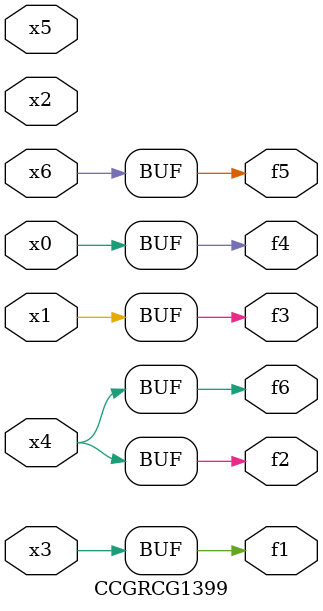
<source format=v>
module CCGRCG1399(
	input x0, x1, x2, x3, x4, x5, x6,
	output f1, f2, f3, f4, f5, f6
);
	assign f1 = x3;
	assign f2 = x4;
	assign f3 = x1;
	assign f4 = x0;
	assign f5 = x6;
	assign f6 = x4;
endmodule

</source>
